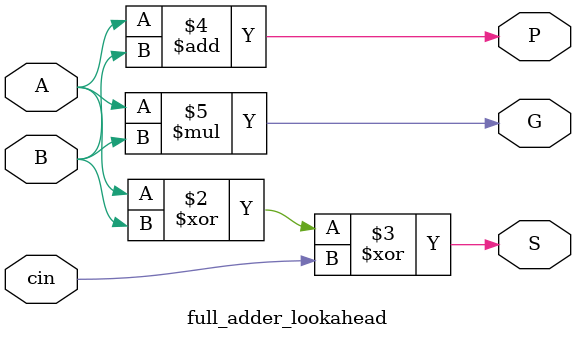
<source format=sv>
module full_adder_lookahead(input A,B,cin,
			    output S,P,G
			    );
				 always_comb
				 begin
    S = A^B^cin;
   
    P = A + B;
   
    G = A * B;
    end
endmodule

</source>
